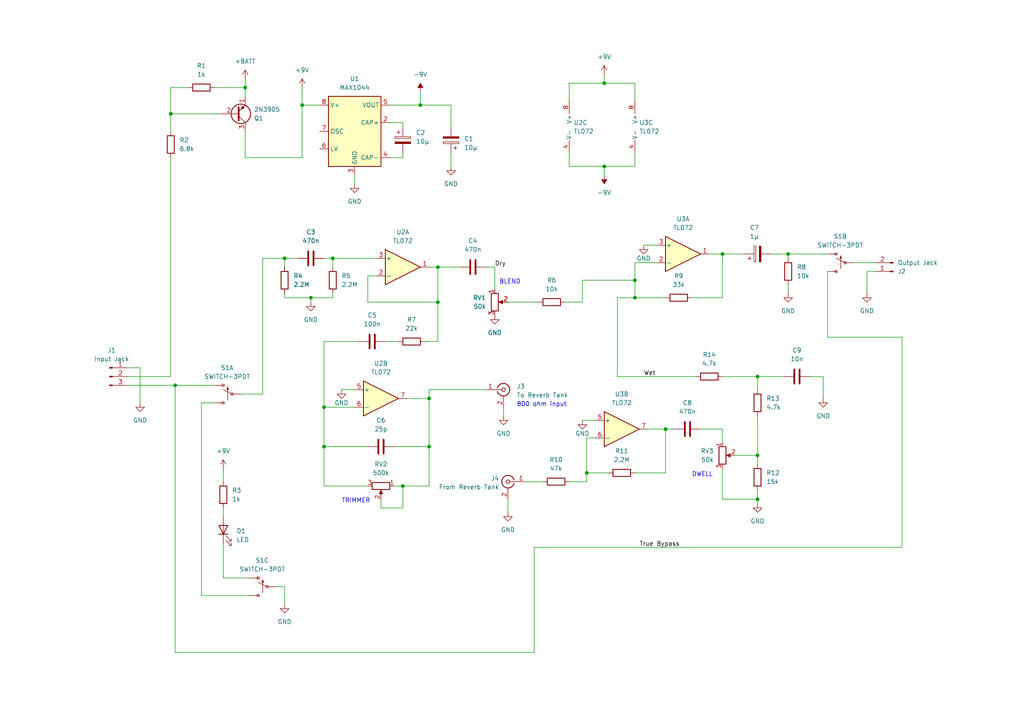
<source format=kicad_sch>
(kicad_sch (version 20230121) (generator eeschema)
  (paper "A4")
  (lib_symbols
    (symbol "Amplifier_Operational:TL072" (pin_names (offset 0.127))
      (property "Reference" "U" (at 0 5.08 0))
      (property "Value" "TL072" (at 0 -5.08 0))
      (symbol "TL072_1_1"
        (polyline (pts (xy -5.08 5.08) (xy 5.08 0) (xy -5.08 -5.08) (xy -5.08 5.08)) (stroke (width 0.254)) (fill (type background)))
        (pin output line (at 7.62 0 180) (length 2.54) (name "~") (number "1"))
        (pin input line (at -7.62 -2.54 0) (length 2.54) (name "-") (number "2"))
        (pin input line (at -7.62 2.54 0) (length 2.54) (name "+") (number "3"))
      )
      (symbol "TL072_2_1"
        (polyline (pts (xy -5.08 5.08) (xy 5.08 0) (xy -5.08 -5.08) (xy -5.08 5.08)) (stroke (width 0.254)) (fill (type background)))
        (pin input line (at -7.62 2.54 0) (length 2.54) (name "+") (number "5"))
        (pin input line (at -7.62 -2.54 0) (length 2.54) (name "-") (number "6"))
        (pin output line (at 7.62 0 180) (length 2.54) (name "~") (number "7"))
      )
      (symbol "TL072_3_1"
        (pin power_in line (at -2.54 -7.62 90) (length 3.81) (name "V-") (number "4"))
        (pin power_in line (at -2.54 7.62 270) (length 3.81) (name "V+") (number "8"))
      )
    )
    (symbol "Connector:Conn_01x02_Pin" (pin_names (offset 1.016) hide)
      (property "Reference" "J" (at 0 2.54 0))
      (property "Value" "Conn_01x02_Pin" (at 0 -5.08 0))
      (symbol "Conn_01x02_Pin_1_1"
        (polyline (pts (xy 1.27 -2.54) (xy 0.8636 -2.54)) (stroke (width 0.1524)))
        (polyline (pts (xy 1.27 0) (xy 0.8636 0)) (stroke (width 0.1524)))
        (rectangle (start 0.8636 -2.413) (end 0 -2.667) (stroke (width 0.1524)) (fill (type outline)))
        (rectangle (start 0.8636 0.127) (end 0 -0.127) (stroke (width 0.1524)) (fill (type outline)))
        (pin passive line (at 5.08 0 180) (length 3.81) (name "Pin_1") (number "1"))
        (pin passive line (at 5.08 -2.54 180) (length 3.81) (name "Pin_2") (number "2"))
      )
    )
    (symbol "Connector:Conn_01x03_Pin" (pin_names (offset 1.016) hide)
      (property "Reference" "J" (at 0 5.08 0))
      (property "Value" "Conn_01x03_Pin" (at 0 -5.08 0))
      (symbol "Conn_01x03_Pin_1_1"
        (polyline (pts (xy 1.27 -2.54) (xy 0.8636 -2.54)) (stroke (width 0.1524)))
        (polyline (pts (xy 1.27 0) (xy 0.8636 0)) (stroke (width 0.1524)))
        (polyline (pts (xy 1.27 2.54) (xy 0.8636 2.54)) (stroke (width 0.1524)))
        (rectangle (start 0.8636 -2.413) (end 0 -2.667) (stroke (width 0.1524)) (fill (type outline)))
        (rectangle (start 0.8636 0.127) (end 0 -0.127) (stroke (width 0.1524)) (fill (type outline)))
        (rectangle (start 0.8636 2.667) (end 0 2.413) (stroke (width 0.1524)) (fill (type outline)))
        (pin passive line (at 5.08 2.54 180) (length 3.81) (name "Pin_1") (number "1"))
        (pin passive line (at 5.08 0 180) (length 3.81) (name "Pin_2") (number "2"))
        (pin passive line (at 5.08 -2.54 180) (length 3.81) (name "Pin_3") (number "3"))
      )
    )
    (symbol "Connector:Conn_Coaxial" (pin_names (offset 1.016) hide)
      (property "Reference" "J" (at 0.254 3.048 0))
      (property "Value" "Conn_Coaxial" (at 2.921 0 90))
      (symbol "Conn_Coaxial_0_1"
        (arc (start -1.778 -0.508) (mid 0.2311 -1.8066) (end 1.778 0) (stroke (width 0.254)))
        (polyline (pts (xy -2.54 0) (xy -0.508 0)))
        (polyline (pts (xy 0 -2.54) (xy 0 -1.778)))
        (circle (center 0 0) (radius 0.508) (stroke (width 0.2032)))
        (arc (start 1.778 0) (mid 0.2099 1.8101) (end -1.778 0.508) (stroke (width 0.254)))
      )
      (symbol "Conn_Coaxial_1_1"
        (pin passive line (at -5.08 0 0) (length 2.54) (name "In") (number "1"))
        (pin passive line (at 0 -5.08 90) (length 2.54) (name "Ext") (number "2"))
      )
    )
    (symbol "Device:C" (pin_numbers hide) (pin_names (offset 0.254))
      (property "Reference" "C" (at 0.635 2.54 0))
      (property "Value" "C" (at 0.635 -2.54 0))
      (symbol "C_0_1"
        (polyline (pts (xy -2.032 -0.762) (xy 2.032 -0.762)) (stroke (width 0.508)))
        (polyline (pts (xy -2.032 0.762) (xy 2.032 0.762)) (stroke (width 0.508)))
      )
      (symbol "C_1_1"
        (pin passive line (at 0 3.81 270) (length 2.794) (name "~") (number "1"))
        (pin passive line (at 0 -3.81 90) (length 2.794) (name "~") (number "2"))
      )
    )
    (symbol "Device:C_Polarized" (pin_numbers hide) (pin_names (offset 0.254))
      (property "Reference" "C" (at 0.635 2.54 0))
      (property "Value" "C_Polarized" (at 0.635 -2.54 0))
      (symbol "C_Polarized_0_1"
        (rectangle (start -2.286 0.508) (end 2.286 1.016))
        (polyline (pts (xy -1.778 2.286) (xy -0.762 2.286)))
        (polyline (pts (xy -1.27 2.794) (xy -1.27 1.778)))
        (rectangle (start 2.286 -0.508) (end -2.286 -1.016) (fill (type outline)))
      )
      (symbol "C_Polarized_1_1"
        (pin passive line (at 0 3.81 270) (length 2.794) (name "~") (number "1"))
        (pin passive line (at 0 -3.81 90) (length 2.794) (name "~") (number "2"))
      )
    )
    (symbol "Device:LED" (pin_numbers hide) (pin_names (offset 1.016) hide)
      (property "Reference" "D" (at 0 2.54 0))
      (property "Value" "LED" (at 0 -2.54 0))
      (symbol "LED_0_1"
        (polyline (pts (xy -1.27 -1.27) (xy -1.27 1.27)) (stroke (width 0.254)))
        (polyline (pts (xy -1.27 0) (xy 1.27 0)))
        (polyline (pts (xy 1.27 -1.27) (xy 1.27 1.27) (xy -1.27 0) (xy 1.27 -1.27)) (stroke (width 0.254)))
        (polyline (pts (xy -3.048 -0.762) (xy -4.572 -2.286) (xy -3.81 -2.286) (xy -4.572 -2.286) (xy -4.572 -1.524)))
        (polyline (pts (xy -1.778 -0.762) (xy -3.302 -2.286) (xy -2.54 -2.286) (xy -3.302 -2.286) (xy -3.302 -1.524)))
      )
      (symbol "LED_1_1"
        (pin passive line (at -3.81 0 0) (length 2.54) (name "K") (number "1"))
        (pin passive line (at 3.81 0 180) (length 2.54) (name "A") (number "2"))
      )
    )
    (symbol "Device:R" (pin_numbers hide) (pin_names (offset 0))
      (property "Reference" "R" (at 2.032 0 90))
      (property "Value" "R" (at 0 0 90))
      (symbol "R_0_1"
        (rectangle (start -1.016 -2.54) (end 1.016 2.54) (stroke (width 0.254)))
      )
      (symbol "R_1_1"
        (pin passive line (at 0 3.81 270) (length 1.27) (name "~") (number "1"))
        (pin passive line (at 0 -3.81 90) (length 1.27) (name "~") (number "2"))
      )
    )
    (symbol "Device:R_Potentiometer" (pin_names (offset 1.016) hide)
      (property "Reference" "RV" (at -4.445 0 90))
      (property "Value" "R_Potentiometer" (at -2.54 0 90))
      (symbol "R_Potentiometer_0_1"
        (polyline (pts (xy 2.54 0) (xy 1.524 0)))
        (polyline (pts (xy 1.143 0) (xy 2.286 0.508) (xy 2.286 -0.508) (xy 1.143 0)) (fill (type outline)))
        (rectangle (start 1.016 2.54) (end -1.016 -2.54) (stroke (width 0.254)))
      )
      (symbol "R_Potentiometer_1_1"
        (pin passive line (at 0 3.81 270) (length 1.27) (name "1") (number "1"))
        (pin passive line (at 3.81 0 180) (length 1.27) (name "2") (number "2"))
        (pin passive line (at 0 -3.81 90) (length 1.27) (name "3") (number "3"))
      )
    )
    (symbol "Regulator_SwitchedCapacitor:MAX1044"
      (property "Reference" "U" (at -6.35 11.43 0))
      (property "Value" "MAX1044" (at 3.81 11.43 0))
      (symbol "MAX1044_0_1"
        (rectangle (start -7.62 10.16) (end 7.62 -10.16) (stroke (width 0.254)) (fill (type background)))
      )
      (symbol "MAX1044_1_1"
        (pin no_connect line (at -7.62 5.08 0) (length 2.54) hide (name "NC") (number "1"))
        (pin input line (at 10.16 2.54 180) (length 2.54) (name "CAP+") (number "2"))
        (pin power_in line (at 0 -12.7 90) (length 2.54) (name "GND") (number "3"))
        (pin input line (at 10.16 -7.62 180) (length 2.54) (name "CAP-") (number "4"))
        (pin power_out line (at 10.16 7.62 180) (length 2.54) (name "VOUT") (number "5"))
        (pin input line (at -10.16 -5.08 0) (length 2.54) (name "LV") (number "6"))
        (pin input line (at -10.16 0 0) (length 2.54) (name "OSC") (number "7"))
        (pin power_in line (at -10.16 7.62 0) (length 2.54) (name "V+") (number "8"))
      )
    )
    (symbol "SparkFun-Electromechanical:SWITCH-3PDT" (pin_numbers hide) (pin_names (offset 1.016) hide)
      (property "Reference" "S" (at -4.445 -6.35 0))
      (property "Value" "SWITCH-3PDT" (at -5.08 3.81 0))
      (symbol "SWITCH-3PDT_1_0"
        (polyline (pts (xy -2.54 0) (xy 0 1.27)))
        (polyline (pts (xy -1.524 1.27) (xy -1.016 1.27)))
        (polyline (pts (xy -1.27 -1.778) (xy -1.27 2.032)))
        (polyline (pts (xy -1.27 2.032) (xy -1.524 1.27)))
        (polyline (pts (xy -1.016 1.27) (xy -1.27 2.032)))
        (polyline (pts (xy 0 -2.54) (xy 0.635 -2.54)))
        (polyline (pts (xy 0 2.54) (xy 0.635 2.54)))
      )
      (symbol "SWITCH-3PDT_1_1"
        (circle (center -2.54 0) (radius 0.3556))
        (circle (center 0 -2.54) (radius 0.3556))
        (circle (center 0 2.54) (radius 0.3556))
        (pin passive line (at 2.54 2.54 180) (length 2.54) (name "O") (number "P$1"))
        (pin passive line (at -5.08 0 0) (length 2.54) (name "P") (number "P$2"))
        (pin passive line (at 2.54 -2.54 180) (length 2.54) (name "S") (number "P$3"))
      )
      (symbol "SWITCH-3PDT_2_0"
        (polyline (pts (xy -2.54 0) (xy 0 1.27)))
        (polyline (pts (xy -1.524 1.27) (xy -1.016 1.27)))
        (polyline (pts (xy -1.27 -1.778) (xy -1.27 2.032)))
        (polyline (pts (xy -1.27 2.032) (xy -1.524 1.27)))
        (polyline (pts (xy -1.016 1.27) (xy -1.27 2.032)))
        (polyline (pts (xy 0 -2.54) (xy 0.635 -2.54)))
        (polyline (pts (xy 0 2.54) (xy 0.635 2.54)))
      )
      (symbol "SWITCH-3PDT_2_1"
        (circle (center -2.54 0) (radius 0.3556))
        (circle (center 0 -2.54) (radius 0.3556))
        (circle (center 0 2.54) (radius 0.3556))
        (pin passive line (at 2.54 2.54 180) (length 2.54) (name "O") (number "P$4"))
        (pin passive line (at -5.08 0 0) (length 2.54) (name "P") (number "P$5"))
        (pin passive line (at 2.54 -2.54 180) (length 2.54) (name "S") (number "P$6"))
      )
      (symbol "SWITCH-3PDT_3_0"
        (polyline (pts (xy -2.54 0) (xy 0 1.27)))
        (polyline (pts (xy -1.524 1.27) (xy -1.016 1.27)))
        (polyline (pts (xy -1.27 -1.778) (xy -1.27 2.032)))
        (polyline (pts (xy -1.27 2.032) (xy -1.524 1.27)))
        (polyline (pts (xy -1.016 1.27) (xy -1.27 2.032)))
        (polyline (pts (xy 0 -2.54) (xy 0.635 -2.54)))
        (polyline (pts (xy 0 2.54) (xy 0.635 2.54)))
      )
      (symbol "SWITCH-3PDT_3_1"
        (circle (center -2.54 0) (radius 0.3556))
        (circle (center 0 -2.54) (radius 0.3556))
        (circle (center 0 2.54) (radius 0.3556))
        (pin passive line (at 2.54 2.54 180) (length 2.54) (name "O") (number "P$7"))
        (pin passive line (at -5.08 0 0) (length 2.54) (name "P") (number "P$8"))
        (pin passive line (at 2.54 -2.54 180) (length 2.54) (name "S") (number "P$9"))
      )
    )
    (symbol "Transistor_BJT:2N3905" (pin_names (offset 0) hide)
      (property "Reference" "Q" (at 5.08 1.905 0))
      (property "Value" "2N3905" (at 5.08 0 0))
      (symbol "2N3905_0_1"
        (polyline (pts (xy 0.635 0.635) (xy 2.54 2.54)))
        (polyline (pts (xy 0.635 -0.635) (xy 2.54 -2.54) (xy 2.54 -2.54)))
        (polyline (pts (xy 0.635 1.905) (xy 0.635 -1.905) (xy 0.635 -1.905)) (stroke (width 0.508)))
        (polyline (pts (xy 2.286 -1.778) (xy 1.778 -2.286) (xy 1.27 -1.27) (xy 2.286 -1.778) (xy 2.286 -1.778)) (fill (type outline)))
        (circle (center 1.27 0) (radius 2.8194) (stroke (width 0.254)))
      )
      (symbol "2N3905_1_1"
        (pin passive line (at 2.54 -5.08 90) (length 2.54) (name "E") (number "1"))
        (pin input line (at -5.08 0 0) (length 5.715) (name "B") (number "2"))
        (pin passive line (at 2.54 5.08 270) (length 2.54) (name "C") (number "3"))
      )
    )
    (symbol "power:+9V" (power) (pin_names (offset 0))
      (property "Value" "+9V" (at 0 3.556 0))
      (symbol "+9V_0_1"
        (polyline (pts (xy -0.762 1.27) (xy 0 2.54)))
        (polyline (pts (xy 0 0) (xy 0 2.54)))
        (polyline (pts (xy 0 2.54) (xy 0.762 1.27)))
      )
      (symbol "+9V_1_1"
        (pin power_in line (at 0 0 90) (length 0) hide (name "+9V") (number "1"))
      )
    )
    (symbol "power:+BATT" (power) (pin_names (offset 0))
      (property "Value" "+BATT" (at 0 3.556 0))
      (symbol "+BATT_0_1"
        (polyline (pts (xy -0.762 1.27) (xy 0 2.54)))
        (polyline (pts (xy 0 0) (xy 0 2.54)))
        (polyline (pts (xy 0 2.54) (xy 0.762 1.27)))
      )
      (symbol "+BATT_1_1"
        (pin power_in line (at 0 0 90) (length 0) hide (name "+BATT") (number "1"))
      )
    )
    (symbol "power:-9V" (power) (pin_names (offset 0))
      (property "Value" "-9V" (at 0 3.81 0))
      (symbol "-9V_0_1"
        (polyline (pts (xy 0 0) (xy 0 2.54)))
        (polyline (pts (xy 0.762 1.27) (xy -0.762 1.27) (xy 0 2.54) (xy 0.762 1.27)) (fill (type outline)))
      )
      (symbol "-9V_1_1"
        (pin power_in line (at 0 0 90) (length 0) hide (name "-9V") (number "1"))
      )
    )
    (symbol "power:GND" (power) (pin_names (offset 0))
      (property "Value" "GND" (at 0 -3.81 0))
      (symbol "GND_0_1"
        (polyline (pts (xy 0 0) (xy 0 -1.27) (xy 1.27 -1.27) (xy 0 -2.54) (xy -1.27 -1.27) (xy 0 -1.27)))
      )
      (symbol "GND_1_1"
        (pin power_in line (at 0 0 270) (length 0) hide (name "GND") (number "1"))
      )
    )
  )
  (junction (at 93.98 118.11))
  (junction (at 50.8 111.76))
  (junction (at 209.55 73.66))
  (junction (at 124.46 129.54))
  (junction (at 219.71 109.22))
  (junction (at 71.12 25.4))
  (junction (at 121.92 30.48))
  (junction (at 184.15 86.36))
  (junction (at 219.71 144.78))
  (junction (at 124.46 115.57))
  (junction (at 193.04 124.46))
  (junction (at 90.17 86.36))
  (junction (at 116.84 140.97))
  (junction (at 219.71 132.08))
  (junction (at 93.98 129.54))
  (junction (at 228.6 73.66))
  (junction (at 127 87.63))
  (junction (at 127 77.47))
  (junction (at 175.26 24.13))
  (junction (at 175.26 48.26))
  (junction (at 49.53 33.02))
  (junction (at 184.15 81.28))
  (junction (at 82.55 74.93))
  (junction (at 96.52 74.93))
  (junction (at 170.18 137.16))
  (junction (at 87.63 30.48))
  (wire (pts (xy 261.62 97.79) (xy 240.03 97.79)))
  (wire (pts (xy 130.81 44.45) (xy 130.81 48.26)))
  (wire (pts (xy 170.18 127) (xy 170.18 137.16)))
  (wire (pts (xy 58.42 172.72) (xy 58.42 116.84)))
  (wire (pts (xy 96.52 86.36) (xy 90.17 86.36)))
  (wire (pts (xy 209.55 73.66) (xy 215.9 73.66)))
  (wire (pts (xy 96.52 77.47) (xy 96.52 74.93)))
  (wire (pts (xy 50.8 189.23) (xy 154.94 189.23)))
  (wire (pts (xy 179.07 86.36) (xy 184.15 86.36)))
  (wire (pts (xy 152.4 139.7) (xy 157.48 139.7)))
  (wire (pts (xy 64.77 157.48) (xy 64.77 167.64)))
  (wire (pts (xy 184.15 81.28) (xy 184.15 76.2)))
  (wire (pts (xy 116.84 44.45) (xy 116.84 45.72)))
  (wire (pts (xy 96.52 74.93) (xy 109.22 74.93)))
  (wire (pts (xy 124.46 113.03) (xy 140.97 113.03)))
  (wire (pts (xy 69.85 114.3) (xy 76.2 114.3)))
  (wire (pts (xy 71.12 25.4) (xy 71.12 27.94)))
  (wire (pts (xy 201.93 109.22) (xy 179.07 109.22)))
  (wire (pts (xy 111.76 99.06) (xy 115.57 99.06)))
  (wire (pts (xy 102.87 50.8) (xy 102.87 53.34)))
  (wire (pts (xy 109.22 80.01) (xy 106.68 80.01)))
  (wire (pts (xy 165.1 48.26) (xy 175.26 48.26)))
  (wire (pts (xy 175.26 48.26) (xy 175.26 50.8)))
  (wire (pts (xy 58.42 116.84) (xy 62.23 116.84)))
  (wire (pts (xy 76.2 114.3) (xy 76.2 74.93)))
  (wire (pts (xy 124.46 113.03) (xy 124.46 115.57)))
  (wire (pts (xy 82.55 85.09) (xy 82.55 86.36)))
  (wire (pts (xy 240.03 97.79) (xy 240.03 78.74)))
  (wire (pts (xy 184.15 48.26) (xy 175.26 48.26)))
  (wire (pts (xy 49.53 45.72) (xy 49.53 109.22)))
  (wire (pts (xy 110.49 144.78) (xy 110.49 147.32)))
  (wire (pts (xy 87.63 45.72) (xy 87.63 30.48)))
  (wire (pts (xy 168.91 121.92) (xy 172.72 121.92)))
  (wire (pts (xy 219.71 142.24) (xy 219.71 144.78)))
  (wire (pts (xy 87.63 30.48) (xy 92.71 30.48)))
  (wire (pts (xy 93.98 118.11) (xy 102.87 118.11)))
  (wire (pts (xy 228.6 73.66) (xy 240.03 73.66)))
  (wire (pts (xy 146.05 118.11) (xy 146.05 120.65)))
  (wire (pts (xy 175.26 21.59) (xy 175.26 24.13)))
  (wire (pts (xy 179.07 109.22) (xy 179.07 86.36)))
  (wire (pts (xy 116.84 147.32) (xy 116.84 140.97)))
  (wire (pts (xy 106.68 87.63) (xy 127 87.63)))
  (wire (pts (xy 168.91 87.63) (xy 168.91 81.28)))
  (wire (pts (xy 82.55 74.93) (xy 82.55 77.47)))
  (wire (pts (xy 147.32 144.78) (xy 147.32 148.59)))
  (wire (pts (xy 104.14 99.06) (xy 93.98 99.06)))
  (wire (pts (xy 121.92 30.48) (xy 130.81 30.48)))
  (wire (pts (xy 49.53 33.02) (xy 63.5 33.02)))
  (wire (pts (xy 96.52 74.93) (xy 93.98 74.93)))
  (wire (pts (xy 36.83 106.68) (xy 40.64 106.68)))
  (wire (pts (xy 186.69 71.12) (xy 190.5 71.12)))
  (wire (pts (xy 82.55 86.36) (xy 90.17 86.36)))
  (wire (pts (xy 50.8 111.76) (xy 50.8 189.23)))
  (wire (pts (xy 64.77 135.89) (xy 64.77 139.7)))
  (wire (pts (xy 116.84 140.97) (xy 124.46 140.97)))
  (wire (pts (xy 40.64 106.68) (xy 40.64 116.84)))
  (wire (pts (xy 247.65 76.2) (xy 254 76.2)))
  (wire (pts (xy 49.53 25.4) (xy 49.53 33.02)))
  (wire (pts (xy 165.1 24.13) (xy 165.1 29.21)))
  (wire (pts (xy 184.15 86.36) (xy 193.04 86.36)))
  (wire (pts (xy 93.98 140.97) (xy 106.68 140.97)))
  (wire (pts (xy 127 87.63) (xy 127 77.47)))
  (wire (pts (xy 113.03 30.48) (xy 121.92 30.48)))
  (wire (pts (xy 219.71 144.78) (xy 209.55 144.78)))
  (wire (pts (xy 49.53 38.1) (xy 49.53 33.02)))
  (wire (pts (xy 130.81 30.48) (xy 130.81 36.83)))
  (wire (pts (xy 219.71 132.08) (xy 219.71 134.62)))
  (wire (pts (xy 193.04 137.16) (xy 193.04 124.46)))
  (wire (pts (xy 123.19 99.06) (xy 127 99.06)))
  (wire (pts (xy 200.66 86.36) (xy 209.55 86.36)))
  (wire (pts (xy 170.18 127) (xy 172.72 127)))
  (wire (pts (xy 219.71 109.22) (xy 227.33 109.22)))
  (wire (pts (xy 193.04 124.46) (xy 195.58 124.46)))
  (wire (pts (xy 143.51 77.47) (xy 143.51 83.82)))
  (wire (pts (xy 93.98 129.54) (xy 106.68 129.54)))
  (wire (pts (xy 184.15 137.16) (xy 193.04 137.16)))
  (wire (pts (xy 219.71 120.65) (xy 219.71 132.08)))
  (wire (pts (xy 36.83 111.76) (xy 50.8 111.76)))
  (wire (pts (xy 64.77 167.64) (xy 72.39 167.64)))
  (wire (pts (xy 82.55 74.93) (xy 86.36 74.93)))
  (wire (pts (xy 127 87.63) (xy 127 99.06)))
  (wire (pts (xy 114.3 140.97) (xy 116.84 140.97)))
  (wire (pts (xy 184.15 44.45) (xy 184.15 48.26)))
  (wire (pts (xy 219.71 144.78) (xy 219.71 146.05)))
  (wire (pts (xy 114.3 129.54) (xy 124.46 129.54)))
  (wire (pts (xy 87.63 25.4) (xy 87.63 30.48)))
  (wire (pts (xy 154.94 189.23) (xy 154.94 158.75)))
  (wire (pts (xy 175.26 24.13) (xy 184.15 24.13)))
  (wire (pts (xy 184.15 76.2) (xy 190.5 76.2)))
  (wire (pts (xy 254 78.74) (xy 251.46 78.74)))
  (wire (pts (xy 62.23 25.4) (xy 71.12 25.4)))
  (wire (pts (xy 184.15 24.13) (xy 184.15 29.21)))
  (wire (pts (xy 93.98 129.54) (xy 93.98 140.97)))
  (wire (pts (xy 110.49 147.32) (xy 116.84 147.32)))
  (wire (pts (xy 175.26 24.13) (xy 165.1 24.13)))
  (wire (pts (xy 228.6 82.55) (xy 228.6 85.09)))
  (wire (pts (xy 106.68 80.01) (xy 106.68 87.63)))
  (wire (pts (xy 71.12 45.72) (xy 87.63 45.72)))
  (wire (pts (xy 127 77.47) (xy 133.35 77.47)))
  (wire (pts (xy 90.17 86.36) (xy 90.17 87.63)))
  (wire (pts (xy 54.61 25.4) (xy 49.53 25.4)))
  (wire (pts (xy 71.12 45.72) (xy 71.12 38.1)))
  (wire (pts (xy 261.62 158.75) (xy 261.62 97.79)))
  (wire (pts (xy 154.94 158.75) (xy 261.62 158.75)))
  (wire (pts (xy 238.76 109.22) (xy 234.95 109.22)))
  (wire (pts (xy 205.74 73.66) (xy 209.55 73.66)))
  (wire (pts (xy 223.52 73.66) (xy 228.6 73.66)))
  (wire (pts (xy 228.6 74.93) (xy 228.6 73.66)))
  (wire (pts (xy 170.18 137.16) (xy 170.18 139.7)))
  (wire (pts (xy 140.97 77.47) (xy 143.51 77.47)))
  (wire (pts (xy 219.71 113.03) (xy 219.71 109.22)))
  (wire (pts (xy 76.2 74.93) (xy 82.55 74.93)))
  (wire (pts (xy 116.84 35.56) (xy 116.84 36.83)))
  (wire (pts (xy 93.98 118.11) (xy 93.98 129.54)))
  (wire (pts (xy 96.52 85.09) (xy 96.52 86.36)))
  (wire (pts (xy 165.1 44.45) (xy 165.1 48.26)))
  (wire (pts (xy 49.53 109.22) (xy 36.83 109.22)))
  (wire (pts (xy 124.46 140.97) (xy 124.46 129.54)))
  (wire (pts (xy 165.1 139.7) (xy 170.18 139.7)))
  (wire (pts (xy 193.04 124.46) (xy 187.96 124.46)))
  (wire (pts (xy 121.92 30.48) (xy 121.92 26.67)))
  (wire (pts (xy 213.36 132.08) (xy 219.71 132.08)))
  (wire (pts (xy 251.46 78.74) (xy 251.46 85.09)))
  (wire (pts (xy 50.8 111.76) (xy 62.23 111.76)))
  (wire (pts (xy 116.84 45.72) (xy 113.03 45.72)))
  (wire (pts (xy 203.2 124.46) (xy 209.55 124.46)))
  (wire (pts (xy 209.55 135.89) (xy 209.55 144.78)))
  (wire (pts (xy 80.01 170.18) (xy 82.55 170.18)))
  (wire (pts (xy 238.76 115.57) (xy 238.76 109.22)))
  (wire (pts (xy 147.32 87.63) (xy 156.21 87.63)))
  (wire (pts (xy 82.55 170.18) (xy 82.55 175.26)))
  (wire (pts (xy 168.91 81.28) (xy 184.15 81.28)))
  (wire (pts (xy 209.55 124.46) (xy 209.55 128.27)))
  (wire (pts (xy 113.03 35.56) (xy 116.84 35.56)))
  (wire (pts (xy 64.77 147.32) (xy 64.77 149.86)))
  (wire (pts (xy 72.39 172.72) (xy 58.42 172.72)))
  (wire (pts (xy 209.55 86.36) (xy 209.55 73.66)))
  (wire (pts (xy 71.12 22.86) (xy 71.12 25.4)))
  (wire (pts (xy 163.83 87.63) (xy 168.91 87.63)))
  (wire (pts (xy 170.18 137.16) (xy 176.53 137.16)))
  (wire (pts (xy 124.46 77.47) (xy 127 77.47)))
  (wire (pts (xy 124.46 129.54) (xy 124.46 115.57)))
  (wire (pts (xy 184.15 86.36) (xy 184.15 81.28)))
  (wire (pts (xy 124.46 115.57) (xy 118.11 115.57)))
  (wire (pts (xy 99.06 113.03) (xy 102.87 113.03)))
  (wire (pts (xy 93.98 99.06) (xy 93.98 118.11)))
  (wire (pts (xy 209.55 109.22) (xy 219.71 109.22)))
  (text "BLEND" (at 144.78 82.55 0) (effects (font (size 1.27 1.27)) (justify left bottom)))
  (text "TRIMMER" (at 99.06 146.05 0) (effects (font (size 1.27 1.27)) (justify left bottom)))
  (text "800 ohm input" (at 149.86 118.11 0) (effects (font (size 1.27 1.27)) (justify left bottom)))
  (text "DWELL" (at 200.66 138.43 0) (effects (font (size 1.27 1.27)) (justify left bottom)))
  (label "Dry" (at 143.51 77.47 0))
  (label "True Bypass" (at 185.42 158.75 0))
  (label "Wet" (at 186.69 109.22 0))
  (symbol (lib_id "Device:R") (at 196.85 86.36 90) (unit 1)
    (property "Reference" "R9" (at 196.85 80.01 90))
    (property "Value" "33k" (at 196.85 82.55 90))
    (property "Footprint" "Resistor_THT:R_Axial_DIN0207_L6.3mm_D2.5mm_P2.54mm_Vertical" (effects hide))
  )
  (symbol (lib_id "Device:R") (at 119.38 99.06 90) (unit 1)
    (property "Reference" "R7" (at 119.38 92.71 90))
    (property "Value" "22k" (at 119.38 95.25 90))
    (property "Footprint" "Resistor_THT:R_Axial_DIN0207_L6.3mm_D2.5mm_P2.54mm_Vertical" (effects hide))
  )
  (symbol (lib_id "Amplifier_Operational:TL072") (at 167.64 36.83 0) (unit 3)
    (property "Reference" "U2" (at 166.37 35.56 0) (effects (justify left)))
    (property "Value" "TL072" (at 166.37 38.1 0) (effects (justify left)))
    (property "Footprint" "Package_DIP:DIP-8_W7.62mm" (effects hide))
    (property "Datasheet" "http://www.ti.com/lit/ds/symlink/tl071.pdf" (effects hide))
  )
  (symbol (lib_id "Device:R") (at 160.02 87.63 90) (unit 1)
    (property "Reference" "R6" (at 160.02 81.28 90))
    (property "Value" "10k" (at 160.02 83.82 90))
    (property "Footprint" "Resistor_THT:R_Axial_DIN0207_L6.3mm_D2.5mm_P2.54mm_Vertical" (effects hide))
  )
  (symbol (lib_id "SparkFun-Electromechanical:SWITCH-3PDT") (at 74.93 170.18 0) (mirror y) (unit 3)
    (property "Reference" "S1" (at 76.0603 162.56 0))
    (property "Value" "SWITCH-3PDT" (at 76.0603 165.1 0))
    (property "Footprint" "SparkFun-Electromechanical:STOMP-SWITCH-3PDT" (effects hide))
  )
  (symbol (lib_id "Connector:Conn_01x03_Pin") (at 31.75 109.22 0) (unit 1)
    (property "Reference" "J1" (at 32.385 101.6 0))
    (property "Value" "Input Jack" (at 32.385 104.14 0))
    (property "Footprint" "Connector_PinHeader_2.54mm:PinHeader_1x03_P2.54mm_Vertical" (effects hide))
  )
  (symbol (lib_id "Device:R") (at 64.77 143.51 0) (unit 1)
    (property "Reference" "R3" (at 67.31 142.24 0) (effects (justify left)))
    (property "Value" "1k" (at 67.31 144.78 0) (effects (justify left)))
    (property "Footprint" "Resistor_THT:R_Axial_DIN0207_L6.3mm_D2.5mm_P2.54mm_Vertical" (effects hide))
  )
  (symbol (lib_id "SparkFun-Electromechanical:SWITCH-3PDT") (at 242.57 76.2 0) (mirror y) (unit 2)
    (property "Reference" "S1" (at 243.7003 68.58 0))
    (property "Value" "SWITCH-3PDT" (at 243.7003 71.12 0))
    (property "Footprint" "SparkFun-Electromechanical:STOMP-SWITCH-3PDT" (effects hide))
  )
  (symbol (lib_id "Device:R") (at 58.42 25.4 90) (unit 1)
    (property "Reference" "R1" (at 58.42 19.05 90))
    (property "Value" "1k" (at 58.42 21.59 90))
    (property "Footprint" "Resistor_THT:R_Axial_DIN0207_L6.3mm_D2.5mm_P2.54mm_Vertical" (effects hide))
  )
  (symbol (lib_id "power:GND") (at 238.76 115.57 0) (unit 1)
    (property "Reference" "#PWR021" (effects hide))
    (property "Value" "GND" (at 238.76 120.65 0))
  )
  (symbol (lib_id "power:-9V") (at 121.92 26.67 0) (unit 1)
    (property "Reference" "#PWR04" (effects hide))
    (property "Value" "-9V" (at 121.92 21.59 0))
  )
  (symbol (lib_id "Amplifier_Operational:TL072") (at 186.69 36.83 0) (unit 3)
    (property "Reference" "U3" (at 185.42 35.56 0) (effects (justify left)))
    (property "Value" "TL072" (at 185.42 38.1 0) (effects (justify left)))
    (property "Footprint" "Package_DIP:DIP-8_W7.62mm" (effects hide))
    (property "Datasheet" "http://www.ti.com/lit/ds/symlink/tl071.pdf" (effects hide))
  )
  (symbol (lib_id "power:+9V") (at 175.26 21.59 0) (unit 1)
    (property "Reference" "#PWR012" (effects hide))
    (property "Value" "+9V" (at 175.26 16.51 0))
  )
  (symbol (lib_id "power:GND") (at 251.46 85.09 0) (unit 1)
    (property "Reference" "#PWR09" (effects hide))
    (property "Value" "GND" (at 251.46 90.17 0))
  )
  (symbol (lib_id "Device:R") (at 96.52 81.28 0) (unit 1)
    (property "Reference" "R5" (at 99.06 80.01 0) (effects (justify left)))
    (property "Value" "2.2M" (at 99.06 82.55 0) (effects (justify left)))
    (property "Footprint" "Resistor_THT:R_Axial_DIN0207_L6.3mm_D2.5mm_P2.54mm_Vertical" (effects hide))
  )
  (symbol (lib_id "Amplifier_Operational:TL072") (at 180.34 124.46 0) (unit 2)
    (property "Reference" "U3" (at 180.34 114.3 0))
    (property "Value" "TL072" (at 180.34 116.84 0))
    (property "Footprint" "Package_DIP:DIP-8_W7.62mm" (effects hide))
    (property "Datasheet" "http://www.ti.com/lit/ds/symlink/tl071.pdf" (effects hide))
  )
  (symbol (lib_id "Device:R") (at 180.34 137.16 90) (unit 1)
    (property "Reference" "R11" (at 180.34 130.81 90))
    (property "Value" "2.2M" (at 180.34 133.35 90))
    (property "Footprint" "Resistor_THT:R_Axial_DIN0207_L6.3mm_D2.5mm_P2.54mm_Vertical" (effects hide))
  )
  (symbol (lib_id "Connector:Conn_Coaxial") (at 147.32 139.7 0) (mirror y) (unit 1)
    (property "Reference" "J4" (at 144.78 138.7232 0) (effects (justify left)))
    (property "Value" "From Reverb Tank" (at 144.78 141.2632 0) (effects (justify left)))
    (property "Footprint" "Connector_PinHeader_2.54mm:PinHeader_1x02_P2.54mm_Vertical" (effects hide))
    (property "Datasheet" " ~" (effects hide))
  )
  (symbol (lib_id "Connector:Conn_Coaxial") (at 146.05 113.03 0) (unit 1)
    (property "Reference" "J3" (at 149.86 112.0532 0) (effects (justify left)))
    (property "Value" "To Reverb Tank" (at 149.86 114.5932 0) (effects (justify left)))
    (property "Footprint" "Connector_PinHeader_2.54mm:PinHeader_1x02_P2.54mm_Vertical" (effects hide))
    (property "Datasheet" " ~" (effects hide))
  )
  (symbol (lib_id "Device:R") (at 219.71 116.84 0) (unit 1)
    (property "Reference" "R13" (at 222.25 115.57 0) (effects (justify left)))
    (property "Value" "4.7k" (at 222.25 118.11 0) (effects (justify left)))
    (property "Footprint" "Resistor_THT:R_Axial_DIN0207_L6.3mm_D2.5mm_P2.54mm_Vertical" (effects hide))
  )
  (symbol (lib_id "Device:C_Polarized") (at 116.84 40.64 0) (unit 1)
    (property "Reference" "C2" (at 120.65 38.481 0) (effects (justify left)))
    (property "Value" "10µ" (at 120.65 41.021 0) (effects (justify left)))
    (property "Footprint" "Capacitor_THT:CP_Radial_D5.0mm_P2.00mm" (effects hide))
  )
  (symbol (lib_id "power:GND") (at 219.71 146.05 0) (unit 1)
    (property "Reference" "#PWR020" (effects hide))
    (property "Value" "GND" (at 219.71 151.13 0))
  )
  (symbol (lib_id "Device:C") (at 110.49 129.54 90) (unit 1)
    (property "Reference" "C6" (at 110.49 121.92 90))
    (property "Value" "25p" (at 110.49 124.46 90))
    (property "Footprint" "Capacitor_THT:C_Disc_D3.0mm_W2.0mm_P2.50mm" (effects hide))
  )
  (symbol (lib_id "Device:R") (at 228.6 78.74 0) (unit 1)
    (property "Reference" "R8" (at 231.14 77.47 0) (effects (justify left)))
    (property "Value" "10k" (at 231.14 80.01 0) (effects (justify left)))
    (property "Footprint" "Resistor_THT:R_Axial_DIN0207_L6.3mm_D2.5mm_P2.54mm_Vertical" (effects hide))
  )
  (symbol (lib_id "Amplifier_Operational:TL072") (at 116.84 77.47 0) (unit 1)
    (property "Reference" "U2" (at 116.84 67.31 0))
    (property "Value" "TL072" (at 116.84 69.85 0))
    (property "Footprint" "Package_DIP:DIP-8_W7.62mm" (effects hide))
    (property "Datasheet" "http://www.ti.com/lit/ds/symlink/tl071.pdf" (effects hide))
  )
  (symbol (lib_id "power:GND") (at 40.64 116.84 0) (unit 1)
    (property "Reference" "#PWR02" (effects hide))
    (property "Value" "GND" (at 40.64 121.92 0))
  )
  (symbol (lib_id "power:-9V") (at 175.26 50.8 0) (mirror x) (unit 1)
    (property "Reference" "#PWR013" (effects hide))
    (property "Value" "-9V" (at 175.26 55.88 0))
  )
  (symbol (lib_id "Amplifier_Operational:TL072") (at 110.49 115.57 0) (unit 2)
    (property "Reference" "U2" (at 110.49 105.41 0))
    (property "Value" "TL072" (at 110.49 107.95 0))
    (property "Footprint" "Package_DIP:DIP-8_W7.62mm" (effects hide))
    (property "Datasheet" "http://www.ti.com/lit/ds/symlink/tl071.pdf" (effects hide))
  )
  (symbol (lib_id "power:GND") (at 143.51 91.44 0) (unit 1)
    (property "Reference" "#PWR015" (effects hide))
    (property "Value" "GND" (at 143.51 96.52 0))
  )
  (symbol (lib_id "Device:C") (at 137.16 77.47 90) (unit 1)
    (property "Reference" "C4" (at 137.16 69.85 90))
    (property "Value" "470n" (at 137.16 72.39 90))
    (property "Footprint" "Capacitor_THT:C_Rect_L7.0mm_W2.0mm_P5.00mm" (effects hide))
  )
  (symbol (lib_id "Device:LED") (at 64.77 153.67 90) (unit 1)
    (property "Reference" "D1" (at 68.58 153.9875 90) (effects (justify right)))
    (property "Value" "LED" (at 68.58 156.5275 90) (effects (justify right)))
    (property "Footprint" "Connector_PinHeader_2.54mm:PinHeader_1x02_P2.54mm_Vertical" (effects hide))
  )
  (symbol (lib_id "Device:R_Potentiometer") (at 110.49 140.97 270) (unit 1)
    (property "Reference" "RV2" (at 110.49 134.62 90))
    (property "Value" "500k" (at 110.49 137.16 90))
    (property "Footprint" "Potentiometer_THT:Potentiometer_Bourns_3266W_Vertical" (effects hide))
  )
  (symbol (lib_id "Device:R") (at 219.71 138.43 0) (unit 1)
    (property "Reference" "R12" (at 222.25 137.16 0) (effects (justify left)))
    (property "Value" "15k" (at 222.25 139.7 0) (effects (justify left)))
    (property "Footprint" "Resistor_THT:R_Axial_DIN0207_L6.3mm_D2.5mm_P2.54mm_Vertical" (effects hide))
  )
  (symbol (lib_id "power:GND") (at 102.87 53.34 0) (unit 1)
    (property "Reference" "#PWR03" (effects hide))
    (property "Value" "GND" (at 102.87 58.42 0))
  )
  (symbol (lib_id "Device:R") (at 49.53 41.91 0) (unit 1)
    (property "Reference" "R2" (at 52.07 40.64 0) (effects (justify left)))
    (property "Value" "6.8k" (at 52.07 43.18 0) (effects (justify left)))
    (property "Footprint" "Resistor_THT:R_Axial_DIN0207_L6.3mm_D2.5mm_P2.54mm_Vertical" (effects hide))
  )
  (symbol (lib_id "Device:R") (at 82.55 81.28 0) (unit 1)
    (property "Reference" "R4" (at 85.09 80.01 0) (effects (justify left)))
    (property "Value" "2.2M" (at 85.09 82.55 0) (effects (justify left)))
    (property "Footprint" "Resistor_THT:R_Axial_DIN0207_L6.3mm_D2.5mm_P2.54mm_Vertical" (effects hide))
  )
  (symbol (lib_id "power:GND") (at 130.81 48.26 0) (unit 1)
    (property "Reference" "#PWR06" (effects hide))
    (property "Value" "GND" (at 130.81 53.34 0))
  )
  (symbol (lib_id "Connector:Conn_01x02_Pin") (at 259.08 78.74 180) (unit 1)
    (property "Reference" "J2" (at 260.35 78.74 0) (effects (justify right)))
    (property "Value" "Output Jack" (at 260.35 76.2 0) (effects (justify right)))
    (property "Footprint" "Connector_PinHeader_2.54mm:PinHeader_1x02_P2.54mm_Vertical" (effects hide))
  )
  (symbol (lib_id "power:GND") (at 186.69 71.12 0) (unit 1)
    (property "Reference" "#PWR018" (effects hide))
    (property "Value" "GND" (at 186.69 74.93 0))
  )
  (symbol (lib_id "Transistor_BJT:2N3905") (at 68.58 33.02 0) (mirror x) (unit 1)
    (property "Reference" "Q1" (at 73.66 34.29 0) (effects (justify left)))
    (property "Value" "2N3905" (at 73.66 31.75 0) (effects (justify left)))
    (property "Footprint" "Package_TO_SOT_THT:TO-92_Inline" (effects hide))
    (property "Datasheet" "https://www.nteinc.com/specs/original/2N3905_06.pdf" (effects hide))
  )
  (symbol (lib_id "Device:C") (at 107.95 99.06 90) (unit 1)
    (property "Reference" "C5" (at 107.95 91.44 90))
    (property "Value" "100n" (at 107.95 93.98 90))
    (property "Footprint" "Capacitor_THT:C_Rect_L7.0mm_W2.0mm_P5.00mm" (effects hide))
  )
  (symbol (lib_id "power:GND") (at 82.55 175.26 0) (unit 1)
    (property "Reference" "#PWR08" (effects hide))
    (property "Value" "GND" (at 82.55 180.34 0))
  )
  (symbol (lib_id "Device:R_Potentiometer") (at 143.51 87.63 0) (unit 1)
    (property "Reference" "RV1" (at 140.97 86.36 0) (effects (justify right)))
    (property "Value" "50k" (at 140.97 88.9 0) (effects (justify right)))
    (property "Footprint" "Connector_PinHeader_2.54mm:PinHeader_1x03_P2.54mm_Vertical" (effects hide))
  )
  (symbol (lib_id "Device:R") (at 205.74 109.22 90) (unit 1)
    (property "Reference" "R14" (at 205.74 102.87 90))
    (property "Value" "4.7k" (at 205.74 105.41 90))
    (property "Footprint" "Resistor_THT:R_Axial_DIN0207_L6.3mm_D2.5mm_P2.54mm_Vertical" (effects hide))
  )
  (symbol (lib_id "power:+9V") (at 87.63 25.4 0) (unit 1)
    (property "Reference" "#PWR05" (effects hide))
    (property "Value" "+9V" (at 87.63 20.32 0))
  )
  (symbol (lib_id "Device:R") (at 161.29 139.7 90) (unit 1)
    (property "Reference" "R10" (at 161.29 133.35 90))
    (property "Value" "47k" (at 161.29 135.89 90))
    (property "Footprint" "Resistor_THT:R_Axial_DIN0207_L6.3mm_D2.5mm_P2.54mm_Vertical" (effects hide))
  )
  (symbol (lib_id "Device:C") (at 231.14 109.22 90) (unit 1)
    (property "Reference" "C9" (at 231.14 101.6 90))
    (property "Value" "10n" (at 231.14 104.14 90))
    (property "Footprint" "Capacitor_THT:C_Rect_L7.0mm_W2.5mm_P5.00mm" (effects hide))
  )
  (symbol (lib_id "power:+9V") (at 64.77 135.89 0) (unit 1)
    (property "Reference" "#PWR07" (effects hide))
    (property "Value" "+9V" (at 64.77 130.81 0))
  )
  (symbol (lib_id "power:GND") (at 228.6 85.09 0) (unit 1)
    (property "Reference" "#PWR017" (effects hide))
    (property "Value" "GND" (at 228.6 90.17 0))
  )
  (symbol (lib_id "Device:C_Polarized") (at 130.81 40.64 180) (unit 1)
    (property "Reference" "C1" (at 134.62 40.259 0) (effects (justify right)))
    (property "Value" "10µ" (at 134.62 42.799 0) (effects (justify right)))
    (property "Footprint" "Capacitor_THT:CP_Radial_D5.0mm_P2.00mm" (effects hide))
  )
  (symbol (lib_id "Amplifier_Operational:TL072") (at 198.12 73.66 0) (unit 1)
    (property "Reference" "U3" (at 198.12 63.5 0))
    (property "Value" "TL072" (at 198.12 66.04 0))
    (property "Footprint" "Package_DIP:DIP-8_W7.62mm" (effects hide))
    (property "Datasheet" "http://www.ti.com/lit/ds/symlink/tl071.pdf" (effects hide))
  )
  (symbol (lib_id "power:GND") (at 147.32 148.59 0) (unit 1)
    (property "Reference" "#PWR010" (effects hide))
    (property "Value" "GND" (at 147.32 153.67 0))
  )
  (symbol (lib_id "Regulator_SwitchedCapacitor:MAX1044") (at 102.87 38.1 0) (unit 1)
    (property "Reference" "U1" (at 102.87 22.86 0))
    (property "Value" "MAX1044" (at 102.87 25.4 0))
    (property "Footprint" "Package_DIP:DIP-8_W7.62mm" (effects hide))
    (property "Datasheet" "http://datasheets.maximintegrated.com/en/ds/ICL7660-MAX1044.pdf" (effects hide))
  )
  (symbol (lib_id "power:GND") (at 90.17 87.63 0) (unit 1)
    (property "Reference" "#PWR014" (effects hide))
    (property "Value" "GND" (at 90.17 92.71 0))
  )
  (symbol (lib_id "Device:C") (at 199.39 124.46 90) (unit 1)
    (property "Reference" "C8" (at 199.39 116.84 90))
    (property "Value" "470n" (at 199.39 119.38 90))
    (property "Footprint" "Capacitor_THT:C_Rect_L7.0mm_W2.5mm_P5.00mm" (effects hide))
  )
  (symbol (lib_id "Device:C") (at 90.17 74.93 90) (unit 1)
    (property "Reference" "C3" (at 90.17 67.31 90))
    (property "Value" "470n" (at 90.17 69.85 90))
    (property "Footprint" "Capacitor_THT:C_Rect_L7.0mm_W2.0mm_P5.00mm" (effects hide))
  )
  (symbol (lib_id "SparkFun-Electromechanical:SWITCH-3PDT") (at 64.77 114.3 0) (mirror y) (unit 1)
    (property "Reference" "S1" (at 65.9003 106.68 0))
    (property "Value" "SWITCH-3PDT" (at 65.9003 109.22 0))
    (property "Footprint" "SparkFun-Electromechanical:STOMP-SWITCH-3PDT" (effects hide))
  )
  (symbol (lib_id "power:GND") (at 146.05 120.65 0) (unit 1)
    (property "Reference" "#PWR011" (effects hide))
    (property "Value" "GND" (at 146.05 125.73 0))
  )
  (symbol (lib_id "Device:C_Polarized") (at 219.71 73.66 90) (unit 1)
    (property "Reference" "C7" (at 218.821 66.04 90))
    (property "Value" "1µ" (at 218.821 68.58 90))
    (property "Footprint" "Capacitor_THT:CP_Radial_D5.0mm_P2.00mm" (effects hide))
  )
  (symbol (lib_id "power:+BATT") (at 71.12 22.86 0) (unit 1)
    (property "Reference" "#PWR01" (effects hide))
    (property "Value" "+BATT" (at 71.12 17.78 0))
  )
  (symbol (lib_id "power:GND") (at 168.91 121.92 0) (unit 1)
    (property "Reference" "#PWR019" (effects hide))
    (property "Value" "GND" (at 168.91 125.73 0))
  )
  (symbol (lib_id "Device:R_Potentiometer") (at 209.55 132.08 0) (unit 1)
    (property "Reference" "RV3" (at 207.01 130.81 0) (effects (justify right)))
    (property "Value" "50k" (at 207.01 133.35 0) (effects (justify right)))
    (property "Footprint" "Connector_PinHeader_2.54mm:PinHeader_1x03_P2.54mm_Vertical" (effects hide))
  )
  (symbol (lib_id "power:GND") (at 99.06 113.03 0) (unit 1)
    (property "Reference" "#PWR016" (effects hide))
    (property "Value" "GND" (at 99.06 116.84 0))
  )
)
</source>
